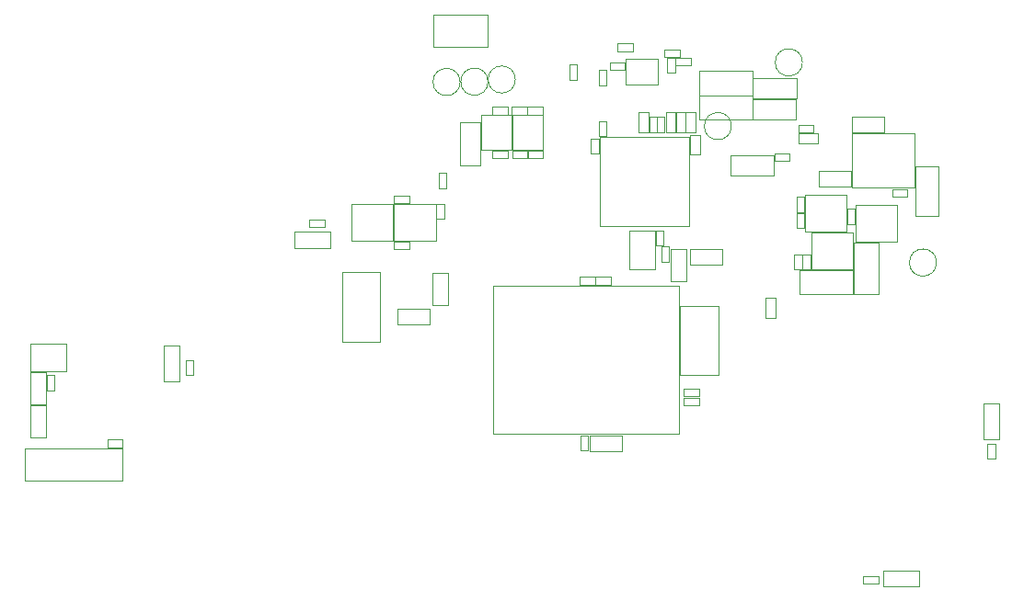
<source format=gbr>
G04 #@! TF.GenerationSoftware,KiCad,Pcbnew,7.0.6*
G04 #@! TF.CreationDate,2023-09-07T00:04:06-07:00*
G04 #@! TF.ProjectId,procon_gcc_main_pcb,70726f63-6f6e-45f6-9763-635f6d61696e,1*
G04 #@! TF.SameCoordinates,Original*
G04 #@! TF.FileFunction,Other,User*
%FSLAX46Y46*%
G04 Gerber Fmt 4.6, Leading zero omitted, Abs format (unit mm)*
G04 Created by KiCad (PCBNEW 7.0.6) date 2023-09-07 00:04:06*
%MOMM*%
%LPD*%
G01*
G04 APERTURE LIST*
%ADD10C,0.050000*%
G04 APERTURE END LIST*
D10*
X90770011Y-138595882D02*
X89370011Y-138595882D01*
X90770011Y-137895882D02*
X90770011Y-138595882D01*
X89370011Y-138595882D02*
X89370011Y-137895882D01*
X89370011Y-137895882D02*
X90770011Y-137895882D01*
X152816600Y-116943800D02*
X152816600Y-115543800D01*
X153516600Y-116943800D02*
X152816600Y-116943800D01*
X152816600Y-115543800D02*
X153516600Y-115543800D01*
X153516600Y-115543800D02*
X153516600Y-116943800D01*
X139961100Y-108163094D02*
X139961100Y-109563094D01*
X139261100Y-108163094D02*
X139961100Y-108163094D01*
X139961100Y-109563094D02*
X139261100Y-109563094D01*
X139261100Y-109563094D02*
X139261100Y-108163094D01*
X152774400Y-108417400D02*
X152774400Y-106517400D01*
X152774400Y-108417400D02*
X148774400Y-108417400D01*
X152774400Y-106517400D02*
X148774400Y-106517400D01*
X148774400Y-108417400D02*
X148774400Y-106517400D01*
X160387200Y-119776000D02*
X158087200Y-119776000D01*
X160387200Y-119776000D02*
X160387200Y-124476000D01*
X160387200Y-124476000D02*
X158087200Y-124476000D01*
X158087200Y-124476000D02*
X158087200Y-119776000D01*
X120748689Y-122553755D02*
X120748689Y-125513755D01*
X119288689Y-122553755D02*
X120748689Y-122553755D01*
X120748689Y-125513755D02*
X119288689Y-125513755D01*
X119288689Y-125513755D02*
X119288689Y-122553755D01*
X153375400Y-122216400D02*
X153375400Y-120816400D01*
X154075400Y-122216400D02*
X153375400Y-122216400D01*
X153375400Y-120816400D02*
X154075400Y-120816400D01*
X154075400Y-120816400D02*
X154075400Y-122216400D01*
X154786400Y-110623000D02*
X152966400Y-110623000D01*
X154786400Y-109703000D02*
X154786400Y-110623000D01*
X152966400Y-110623000D02*
X152966400Y-109703000D01*
X152966400Y-109703000D02*
X154786400Y-109703000D01*
X170389623Y-139668477D02*
X170389623Y-138268477D01*
X171089623Y-139668477D02*
X170389623Y-139668477D01*
X170389623Y-138268477D02*
X171089623Y-138268477D01*
X171089623Y-138268477D02*
X171089623Y-139668477D01*
X110975200Y-128859200D02*
X114475200Y-128859200D01*
X114475200Y-128859200D02*
X114475200Y-122499200D01*
X110975200Y-122499200D02*
X110975200Y-128859200D01*
X114475200Y-122499200D02*
X110975200Y-122499200D01*
X96047457Y-129230391D02*
X96047457Y-132530391D01*
X94587457Y-129230391D02*
X96047457Y-129230391D01*
X96047457Y-132530391D02*
X94587457Y-132530391D01*
X94587457Y-132530391D02*
X94587457Y-129230391D01*
X123796600Y-111206100D02*
X126596600Y-111206100D01*
X123796600Y-111206100D02*
X123796600Y-108006100D01*
X126596600Y-111206100D02*
X126596600Y-108006100D01*
X126596600Y-108006100D02*
X123796600Y-108006100D01*
X149948800Y-126710800D02*
X149948800Y-124850800D01*
X150888800Y-126710800D02*
X149948800Y-126710800D01*
X149948800Y-124850800D02*
X150888800Y-124850800D01*
X150888800Y-124850800D02*
X150888800Y-126710800D01*
X142427000Y-133233600D02*
X143827000Y-133233600D01*
X142427000Y-133933600D02*
X142427000Y-133233600D01*
X143827000Y-133233600D02*
X143827000Y-133933600D01*
X143827000Y-133933600D02*
X142427000Y-133933600D01*
X164100004Y-151428757D02*
X160800004Y-151428757D01*
X164100004Y-149968757D02*
X164100004Y-151428757D01*
X160800004Y-151428757D02*
X160800004Y-149968757D01*
X160800004Y-149968757D02*
X164100004Y-149968757D01*
X148754000Y-108409600D02*
X143854000Y-108409600D01*
X148754000Y-106169600D02*
X148754000Y-108409600D01*
X143854000Y-108409600D02*
X143854000Y-106169600D01*
X143854000Y-106169600D02*
X148754000Y-106169600D01*
X128040800Y-111962700D02*
X126640800Y-111962700D01*
X128040800Y-111262700D02*
X128040800Y-111962700D01*
X126640800Y-111962700D02*
X126640800Y-111262700D01*
X126640800Y-111262700D02*
X128040800Y-111262700D01*
X158007600Y-122200400D02*
X158007600Y-118800400D01*
X158007600Y-118800400D02*
X154167600Y-118800400D01*
X154167600Y-122200400D02*
X158007600Y-122200400D01*
X154167600Y-118800400D02*
X154167600Y-122200400D01*
X134600900Y-105264294D02*
X134600900Y-103864294D01*
X135300900Y-105264294D02*
X134600900Y-105264294D01*
X134600900Y-103864294D02*
X135300900Y-103864294D01*
X135300900Y-103864294D02*
X135300900Y-105264294D01*
X134665700Y-109988094D02*
X134665700Y-118228094D01*
X134665700Y-118228094D02*
X142905700Y-118228094D01*
X142905700Y-109988094D02*
X134665700Y-109988094D01*
X142905700Y-118228094D02*
X142905700Y-109988094D01*
X146817400Y-109016800D02*
G75*
G03*
X146817400Y-109016800I-1250000J0D01*
G01*
X124894200Y-137398800D02*
X141994200Y-137398800D01*
X141994200Y-137398800D02*
X141994200Y-123698800D01*
X124894200Y-123698800D02*
X124894200Y-137398800D01*
X141994200Y-123698800D02*
X124894200Y-123698800D01*
X141691100Y-109567294D02*
X141691100Y-107747294D01*
X142611100Y-109567294D02*
X141691100Y-109567294D01*
X141691100Y-107747294D02*
X142611100Y-107747294D01*
X142611100Y-107747294D02*
X142611100Y-109567294D01*
X124826800Y-111262700D02*
X126226800Y-111262700D01*
X124826800Y-111962700D02*
X124826800Y-111262700D01*
X126226800Y-111262700D02*
X126226800Y-111962700D01*
X126226800Y-111962700D02*
X124826800Y-111962700D01*
X146691600Y-111699000D02*
X146691600Y-113599000D01*
X146691600Y-111699000D02*
X150691600Y-111699000D01*
X146691600Y-113599000D02*
X150691600Y-113599000D01*
X150691600Y-111699000D02*
X150691600Y-113599000D01*
X148754000Y-106174400D02*
X143854000Y-106174400D01*
X148754000Y-103934400D02*
X148754000Y-106174400D01*
X143854000Y-106174400D02*
X143854000Y-103934400D01*
X143854000Y-103934400D02*
X148754000Y-103934400D01*
X152799800Y-106487000D02*
X152799800Y-104587000D01*
X152799800Y-106487000D02*
X148799800Y-106487000D01*
X152799800Y-104587000D02*
X148799800Y-104587000D01*
X148799800Y-106487000D02*
X148799800Y-104587000D01*
X133901700Y-111544294D02*
X133901700Y-110144294D01*
X134601700Y-111544294D02*
X133901700Y-111544294D01*
X133901700Y-110144294D02*
X134601700Y-110144294D01*
X134601700Y-110144294D02*
X134601700Y-111544294D01*
X124414600Y-104927400D02*
G75*
G03*
X124414600Y-104927400I-1250000J0D01*
G01*
X141624800Y-102728800D02*
X141624800Y-104128800D01*
X140924800Y-102728800D02*
X141624800Y-102728800D01*
X141624800Y-104128800D02*
X140924800Y-104128800D01*
X140924800Y-104128800D02*
X140924800Y-102728800D01*
X124801400Y-107249500D02*
X126201400Y-107249500D01*
X124801400Y-107949500D02*
X124801400Y-107249500D01*
X126201400Y-107249500D02*
X126201400Y-107949500D01*
X126201400Y-107949500D02*
X124801400Y-107949500D01*
X143827000Y-134746400D02*
X142427000Y-134746400D01*
X143827000Y-134046400D02*
X143827000Y-134746400D01*
X142427000Y-134746400D02*
X142427000Y-134046400D01*
X142427000Y-134046400D02*
X143827000Y-134046400D01*
X153313400Y-120816400D02*
X153313400Y-122216400D01*
X152613400Y-120816400D02*
X153313400Y-120816400D01*
X153313400Y-122216400D02*
X152613400Y-122216400D01*
X152613400Y-122216400D02*
X152613400Y-120816400D01*
X115763023Y-119631101D02*
X117163023Y-119631101D01*
X115763023Y-120331101D02*
X115763023Y-119631101D01*
X117163023Y-119631101D02*
X117163023Y-120331101D01*
X117163023Y-120331101D02*
X115763023Y-120331101D01*
X163636200Y-109693200D02*
X163636200Y-114693200D01*
X163636200Y-109693200D02*
X157936200Y-109693200D01*
X157936200Y-114693200D02*
X163636200Y-114693200D01*
X157936200Y-114693200D02*
X157936200Y-109693200D01*
X119019100Y-127277002D02*
X116059100Y-127277002D01*
X119019100Y-125817002D02*
X119019100Y-127277002D01*
X116059100Y-127277002D02*
X116059100Y-125817002D01*
X116059100Y-125817002D02*
X119019100Y-125817002D01*
X158004200Y-124513200D02*
X153104200Y-124513200D01*
X158004200Y-122273200D02*
X158004200Y-124513200D01*
X153104200Y-124513200D02*
X153104200Y-122273200D01*
X153104200Y-122273200D02*
X158004200Y-122273200D01*
X153583400Y-115320600D02*
X153583400Y-118720600D01*
X153583400Y-118720600D02*
X157423400Y-118720600D01*
X157423400Y-115320600D02*
X153583400Y-115320600D01*
X157423400Y-118720600D02*
X157423400Y-115320600D01*
X140672300Y-108163094D02*
X140672300Y-109563094D01*
X139972300Y-108163094D02*
X140672300Y-108163094D01*
X140672300Y-109563094D02*
X139972300Y-109563094D01*
X139972300Y-109563094D02*
X139972300Y-108163094D01*
X106631309Y-118767056D02*
X109931309Y-118767056D01*
X106631309Y-120227056D02*
X106631309Y-118767056D01*
X109931309Y-118767056D02*
X109931309Y-120227056D01*
X109931309Y-120227056D02*
X106631309Y-120227056D01*
X141692400Y-102723200D02*
X143092400Y-102723200D01*
X141692400Y-103423200D02*
X141692400Y-102723200D01*
X143092400Y-102723200D02*
X143092400Y-103423200D01*
X143092400Y-103423200D02*
X141692400Y-103423200D01*
X165824000Y-112738000D02*
X165824000Y-117338000D01*
X163724000Y-112738000D02*
X165824000Y-112738000D01*
X165824000Y-117338000D02*
X163724000Y-117338000D01*
X163724000Y-117338000D02*
X163724000Y-112738000D01*
X115762223Y-116172901D02*
X115762223Y-119572901D01*
X115762223Y-119572901D02*
X119602223Y-119572901D01*
X119602223Y-116172901D02*
X115762223Y-116172901D01*
X119602223Y-119572901D02*
X119602223Y-116172901D01*
X82271600Y-129102800D02*
X82271600Y-131602800D01*
X82271600Y-129102800D02*
X85571600Y-129102800D01*
X85571600Y-131602800D02*
X82271600Y-131602800D01*
X85571600Y-131602800D02*
X85571600Y-129102800D01*
X142668323Y-120333129D02*
X142668323Y-123293129D01*
X141208323Y-120333129D02*
X142668323Y-120333129D01*
X142668323Y-123293129D02*
X141208323Y-123293129D01*
X141208323Y-123293129D02*
X141208323Y-120333129D01*
X81774400Y-141682600D02*
X90774400Y-141682600D01*
X90774400Y-141682600D02*
X90774400Y-138682600D01*
X81774400Y-138682600D02*
X81774400Y-141682600D01*
X90774400Y-138682600D02*
X81774400Y-138682600D01*
X136358400Y-101402400D02*
X137758400Y-101402400D01*
X136358400Y-102102400D02*
X136358400Y-101402400D01*
X137758400Y-101402400D02*
X137758400Y-102102400D01*
X137758400Y-102102400D02*
X136358400Y-102102400D01*
X134625600Y-109944094D02*
X134625600Y-108544094D01*
X135325600Y-109944094D02*
X134625600Y-109944094D01*
X134625600Y-108544094D02*
X135325600Y-108544094D01*
X135325600Y-108544094D02*
X135325600Y-109944094D01*
X115752423Y-115414701D02*
X117152423Y-115414701D01*
X115752423Y-116114701D02*
X115752423Y-115414701D01*
X117152423Y-115414701D02*
X117152423Y-116114701D01*
X117152423Y-116114701D02*
X115752423Y-116114701D01*
X139795100Y-118686494D02*
X139795100Y-122186494D01*
X137395100Y-118686494D02*
X139795100Y-118686494D01*
X139795100Y-122186494D02*
X137395100Y-122186494D01*
X137395100Y-122186494D02*
X137395100Y-118686494D01*
X143011900Y-111627294D02*
X143011900Y-109807294D01*
X143931900Y-111627294D02*
X143011900Y-111627294D01*
X143011900Y-109807294D02*
X143931900Y-109807294D01*
X143931900Y-109807294D02*
X143931900Y-111627294D01*
X137021800Y-103855000D02*
X135621800Y-103855000D01*
X137021800Y-103155000D02*
X137021800Y-103855000D01*
X135621800Y-103855000D02*
X135621800Y-103155000D01*
X135621800Y-103155000D02*
X137021800Y-103155000D01*
X133749600Y-137496800D02*
X136709600Y-137496800D01*
X133749600Y-138956800D02*
X133749600Y-137496800D01*
X136709600Y-137496800D02*
X136709600Y-138956800D01*
X136709600Y-138956800D02*
X133749600Y-138956800D01*
X171468456Y-134564581D02*
X171468456Y-137864581D01*
X170008456Y-134564581D02*
X171468456Y-134564581D01*
X171468456Y-137864581D02*
X170008456Y-137864581D01*
X170008456Y-137864581D02*
X170008456Y-134564581D01*
X84525600Y-131949400D02*
X84525600Y-133349400D01*
X83825600Y-131949400D02*
X84525600Y-131949400D01*
X84525600Y-133349400D02*
X83825600Y-133349400D01*
X83825600Y-133349400D02*
X83825600Y-131949400D01*
X126641400Y-111206100D02*
X129441400Y-111206100D01*
X126641400Y-111206100D02*
X126641400Y-108006100D01*
X129441400Y-111206100D02*
X129441400Y-108006100D01*
X129441400Y-108006100D02*
X126641400Y-108006100D01*
X158945629Y-150497756D02*
X160345629Y-150497756D01*
X158945629Y-151197756D02*
X158945629Y-150497756D01*
X160345629Y-150497756D02*
X160345629Y-151197756D01*
X160345629Y-151197756D02*
X158945629Y-151197756D01*
X115690623Y-119572901D02*
X115690623Y-116172901D01*
X115690623Y-116172901D02*
X111850623Y-116172901D01*
X111850623Y-119572901D02*
X115690623Y-119572901D01*
X111850623Y-116172901D02*
X111850623Y-119572901D01*
X134253200Y-123616200D02*
X132853200Y-123616200D01*
X134253200Y-122916200D02*
X134253200Y-123616200D01*
X132853200Y-123616200D02*
X132853200Y-122916200D01*
X132853200Y-122916200D02*
X134253200Y-122916200D01*
X107985401Y-117627059D02*
X109385401Y-117627059D01*
X107985401Y-118327059D02*
X107985401Y-117627059D01*
X109385401Y-117627059D02*
X109385401Y-118327059D01*
X109385401Y-118327059D02*
X107985401Y-118327059D01*
X142973194Y-120330800D02*
X145933194Y-120330800D01*
X142973194Y-121790800D02*
X142973194Y-120330800D01*
X145933194Y-120330800D02*
X145933194Y-121790800D01*
X145933194Y-121790800D02*
X142973194Y-121790800D01*
X143525500Y-107747294D02*
X143525500Y-109567294D01*
X142605500Y-107747294D02*
X143525500Y-107747294D01*
X143525500Y-109567294D02*
X142605500Y-109567294D01*
X142605500Y-109567294D02*
X142605500Y-107747294D01*
X152973200Y-108924000D02*
X154373200Y-108924000D01*
X152973200Y-109624000D02*
X152973200Y-108924000D01*
X154373200Y-108924000D02*
X154373200Y-109624000D01*
X154373200Y-109624000D02*
X152973200Y-109624000D01*
X140353300Y-121501094D02*
X140353300Y-120101094D01*
X141053300Y-121501094D02*
X140353300Y-121501094D01*
X140353300Y-120101094D02*
X141053300Y-120101094D01*
X141053300Y-120101094D02*
X141053300Y-121501094D01*
X120575902Y-113356302D02*
X120575902Y-114756302D01*
X119875902Y-113356302D02*
X120575902Y-113356302D01*
X120575902Y-114756302D02*
X119875902Y-114756302D01*
X119875902Y-114756302D02*
X119875902Y-113356302D01*
X139207500Y-107749894D02*
X139207500Y-109569894D01*
X138287500Y-107749894D02*
X139207500Y-107749894D01*
X139207500Y-109569894D02*
X138287500Y-109569894D01*
X138287500Y-109569894D02*
X138287500Y-107749894D01*
X124420000Y-98728400D02*
X119420000Y-98728400D01*
X119420000Y-98728400D02*
X119420000Y-101728400D01*
X124420000Y-101728400D02*
X124420000Y-98728400D01*
X119420000Y-101728400D02*
X124420000Y-101728400D01*
X121849200Y-104952800D02*
G75*
G03*
X121849200Y-104952800I-1250000J0D01*
G01*
X141696700Y-107749894D02*
X141696700Y-109569894D01*
X140776700Y-107749894D02*
X141696700Y-107749894D01*
X141696700Y-109569894D02*
X140776700Y-109569894D01*
X140776700Y-109569894D02*
X140776700Y-107749894D01*
X158254700Y-116275600D02*
X158254700Y-119675600D01*
X158254700Y-119675600D02*
X162094700Y-119675600D01*
X162094700Y-116275600D02*
X158254700Y-116275600D01*
X162094700Y-119675600D02*
X162094700Y-116275600D01*
X153345200Y-103149400D02*
G75*
G03*
X153345200Y-103149400I-1250000J0D01*
G01*
X126929200Y-104724200D02*
G75*
G03*
X126929200Y-104724200I-1250000J0D01*
G01*
X82277200Y-134626800D02*
X82277200Y-131666800D01*
X83737200Y-134626800D02*
X82277200Y-134626800D01*
X82277200Y-131666800D02*
X83737200Y-131666800D01*
X83737200Y-131666800D02*
X83737200Y-134626800D01*
X128004800Y-107949500D02*
X126604800Y-107949500D01*
X128004800Y-107249500D02*
X128004800Y-107949500D01*
X126604800Y-107949500D02*
X126604800Y-107249500D01*
X126604800Y-107249500D02*
X128004800Y-107249500D01*
X137107000Y-105213000D02*
X140007000Y-105213000D01*
X140007000Y-105213000D02*
X140007000Y-102813000D01*
X137107000Y-102813000D02*
X137107000Y-105213000D01*
X140007000Y-102813000D02*
X137107000Y-102813000D01*
X142090200Y-131983400D02*
X145590200Y-131983400D01*
X145590200Y-131983400D02*
X145590200Y-125623400D01*
X142090200Y-125623400D02*
X142090200Y-131983400D01*
X145590200Y-125623400D02*
X142090200Y-125623400D01*
X128052600Y-107249500D02*
X129452600Y-107249500D01*
X128052600Y-107949500D02*
X128052600Y-107249500D01*
X129452600Y-107249500D02*
X129452600Y-107949500D01*
X129452600Y-107949500D02*
X128052600Y-107949500D01*
X139870700Y-120044294D02*
X139870700Y-118644294D01*
X140570700Y-120044294D02*
X139870700Y-120044294D01*
X139870700Y-118644294D02*
X140570700Y-118644294D01*
X140570700Y-118644294D02*
X140570700Y-120044294D01*
X97283652Y-130552363D02*
X97283652Y-131952363D01*
X96583652Y-130552363D02*
X97283652Y-130552363D01*
X97283652Y-131952363D02*
X96583652Y-131952363D01*
X96583652Y-131952363D02*
X96583652Y-130552363D01*
X132898400Y-138901400D02*
X132898400Y-137501400D01*
X133598400Y-138901400D02*
X132898400Y-138901400D01*
X132898400Y-137501400D02*
X133598400Y-137501400D01*
X133598400Y-137501400D02*
X133598400Y-138901400D01*
X128063200Y-111262700D02*
X129463200Y-111262700D01*
X128063200Y-111962700D02*
X128063200Y-111262700D01*
X129463200Y-111262700D02*
X129463200Y-111962700D01*
X129463200Y-111962700D02*
X128063200Y-111962700D01*
X150763400Y-111514800D02*
X152163400Y-111514800D01*
X150763400Y-112214800D02*
X150763400Y-111514800D01*
X152163400Y-111514800D02*
X152163400Y-112214800D01*
X152163400Y-112214800D02*
X150763400Y-112214800D01*
X158190200Y-116650800D02*
X158190200Y-118050800D01*
X157490200Y-116650800D02*
X158190200Y-116650800D01*
X158190200Y-118050800D02*
X157490200Y-118050800D01*
X157490200Y-118050800D02*
X157490200Y-116650800D01*
X132607800Y-103338400D02*
X132607800Y-104738400D01*
X131907800Y-103338400D02*
X132607800Y-103338400D01*
X132607800Y-104738400D02*
X131907800Y-104738400D01*
X131907800Y-104738400D02*
X131907800Y-103338400D01*
X160890400Y-109594400D02*
X157930400Y-109594400D01*
X160890400Y-108134400D02*
X160890400Y-109594400D01*
X157930400Y-109594400D02*
X157930400Y-108134400D01*
X157930400Y-108134400D02*
X160890400Y-108134400D01*
X123708200Y-108642400D02*
X121808200Y-108642400D01*
X123708200Y-108642400D02*
X123708200Y-112642400D01*
X121808200Y-108642400D02*
X121808200Y-112642400D01*
X123708200Y-112642400D02*
X121808200Y-112642400D01*
X82277200Y-137662600D02*
X82277200Y-134702600D01*
X83737200Y-137662600D02*
X82277200Y-137662600D01*
X82277200Y-134702600D02*
X83737200Y-134702600D01*
X83737200Y-134702600D02*
X83737200Y-137662600D01*
X163006000Y-115513600D02*
X161606000Y-115513600D01*
X163006000Y-114813600D02*
X163006000Y-115513600D01*
X161606000Y-115513600D02*
X161606000Y-114813600D01*
X161606000Y-114813600D02*
X163006000Y-114813600D01*
X152816600Y-118417000D02*
X152816600Y-117017000D01*
X153516600Y-118417000D02*
X152816600Y-118417000D01*
X152816600Y-117017000D02*
X153516600Y-117017000D01*
X153516600Y-117017000D02*
X153516600Y-118417000D01*
X157791600Y-114572800D02*
X154831600Y-114572800D01*
X157791600Y-113112800D02*
X157791600Y-114572800D01*
X154831600Y-114572800D02*
X154831600Y-113112800D01*
X154831600Y-113112800D02*
X157791600Y-113112800D01*
X165689600Y-121589800D02*
G75*
G03*
X165689600Y-121589800I-1250000J0D01*
G01*
X140676400Y-101961200D02*
X142076400Y-101961200D01*
X140676400Y-102661200D02*
X140676400Y-101961200D01*
X142076400Y-101961200D02*
X142076400Y-102661200D01*
X142076400Y-102661200D02*
X140676400Y-102661200D01*
X120369023Y-116182301D02*
X120369023Y-117582301D01*
X119669023Y-116182301D02*
X120369023Y-116182301D01*
X120369023Y-117582301D02*
X119669023Y-117582301D01*
X119669023Y-117582301D02*
X119669023Y-116182301D01*
X135726400Y-123616200D02*
X134326400Y-123616200D01*
X135726400Y-122916200D02*
X135726400Y-123616200D01*
X134326400Y-123616200D02*
X134326400Y-122916200D01*
X134326400Y-122916200D02*
X135726400Y-122916200D01*
M02*

</source>
